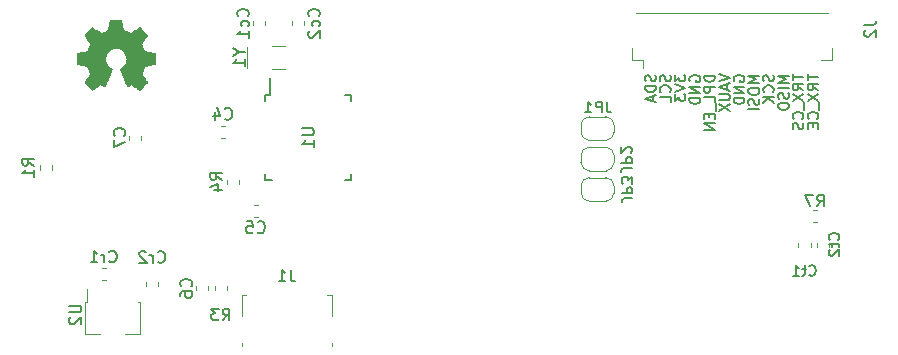
<source format=gbo>
%TF.GenerationSoftware,KiCad,Pcbnew,5.99.0-unknown-57e35c9~88~ubuntu19.10.1*%
%TF.CreationDate,2021-08-07T12:38:00-04:00*%
%TF.ProjectId,FOD,464f442e-6b69-4636-9164-5f7063625858,rev?*%
%TF.SameCoordinates,Original*%
%TF.FileFunction,Legend,Bot*%
%TF.FilePolarity,Positive*%
%FSLAX46Y46*%
G04 Gerber Fmt 4.6, Leading zero omitted, Abs format (unit mm)*
G04 Created by KiCad (PCBNEW 5.99.0-unknown-57e35c9~88~ubuntu19.10.1) date 2021-08-07 12:38:00*
%MOMM*%
%LPD*%
G01*
G04 APERTURE LIST*
%ADD10C,0.200000*%
%ADD11C,0.150000*%
%ADD12C,0.120000*%
%ADD13C,0.010000*%
G04 APERTURE END LIST*
D10*
X170357142Y-54415714D02*
X170357142Y-54930000D01*
X171257142Y-54672857D02*
X170357142Y-54672857D01*
X171257142Y-55744285D02*
X170828571Y-55444285D01*
X171257142Y-55230000D02*
X170357142Y-55230000D01*
X170357142Y-55572857D01*
X170400000Y-55658571D01*
X170442857Y-55701428D01*
X170528571Y-55744285D01*
X170657142Y-55744285D01*
X170742857Y-55701428D01*
X170785714Y-55658571D01*
X170828571Y-55572857D01*
X170828571Y-55230000D01*
X170357142Y-56044285D02*
X171257142Y-56644285D01*
X170357142Y-56644285D02*
X171257142Y-56044285D01*
X171342857Y-56772857D02*
X171342857Y-57458571D01*
X171171428Y-58187142D02*
X171214285Y-58144285D01*
X171257142Y-58015714D01*
X171257142Y-57930000D01*
X171214285Y-57801428D01*
X171128571Y-57715714D01*
X171042857Y-57672857D01*
X170871428Y-57630000D01*
X170742857Y-57630000D01*
X170571428Y-57672857D01*
X170485714Y-57715714D01*
X170400000Y-57801428D01*
X170357142Y-57930000D01*
X170357142Y-58015714D01*
X170400000Y-58144285D01*
X170442857Y-58187142D01*
X170785714Y-58572857D02*
X170785714Y-58872857D01*
X171257142Y-59001428D02*
X171257142Y-58572857D01*
X170357142Y-58572857D01*
X170357142Y-59001428D01*
X169107142Y-54415714D02*
X169107142Y-54930000D01*
X170007142Y-54672857D02*
X169107142Y-54672857D01*
X170007142Y-55744285D02*
X169578571Y-55444285D01*
X170007142Y-55230000D02*
X169107142Y-55230000D01*
X169107142Y-55572857D01*
X169150000Y-55658571D01*
X169192857Y-55701428D01*
X169278571Y-55744285D01*
X169407142Y-55744285D01*
X169492857Y-55701428D01*
X169535714Y-55658571D01*
X169578571Y-55572857D01*
X169578571Y-55230000D01*
X169107142Y-56044285D02*
X170007142Y-56644285D01*
X169107142Y-56644285D02*
X170007142Y-56044285D01*
X170092857Y-56772857D02*
X170092857Y-57458571D01*
X169921428Y-58187142D02*
X169964285Y-58144285D01*
X170007142Y-58015714D01*
X170007142Y-57930000D01*
X169964285Y-57801428D01*
X169878571Y-57715714D01*
X169792857Y-57672857D01*
X169621428Y-57630000D01*
X169492857Y-57630000D01*
X169321428Y-57672857D01*
X169235714Y-57715714D01*
X169150000Y-57801428D01*
X169107142Y-57930000D01*
X169107142Y-58015714D01*
X169150000Y-58144285D01*
X169192857Y-58187142D01*
X169964285Y-58530000D02*
X170007142Y-58658571D01*
X170007142Y-58872857D01*
X169964285Y-58958571D01*
X169921428Y-59001428D01*
X169835714Y-59044285D01*
X169750000Y-59044285D01*
X169664285Y-59001428D01*
X169621428Y-58958571D01*
X169578571Y-58872857D01*
X169535714Y-58701428D01*
X169492857Y-58615714D01*
X169450000Y-58572857D01*
X169364285Y-58530000D01*
X169278571Y-58530000D01*
X169192857Y-58572857D01*
X169150000Y-58615714D01*
X169107142Y-58701428D01*
X169107142Y-58915714D01*
X169150000Y-59044285D01*
X168757142Y-54544285D02*
X167857142Y-54544285D01*
X168500000Y-54844285D01*
X167857142Y-55144285D01*
X168757142Y-55144285D01*
X168757142Y-55572857D02*
X167857142Y-55572857D01*
X168714285Y-55958571D02*
X168757142Y-56087142D01*
X168757142Y-56301428D01*
X168714285Y-56387142D01*
X168671428Y-56430000D01*
X168585714Y-56472857D01*
X168500000Y-56472857D01*
X168414285Y-56430000D01*
X168371428Y-56387142D01*
X168328571Y-56301428D01*
X168285714Y-56130000D01*
X168242857Y-56044285D01*
X168200000Y-56001428D01*
X168114285Y-55958571D01*
X168028571Y-55958571D01*
X167942857Y-56001428D01*
X167900000Y-56044285D01*
X167857142Y-56130000D01*
X167857142Y-56344285D01*
X167900000Y-56472857D01*
X167857142Y-57030000D02*
X167857142Y-57201428D01*
X167900000Y-57287142D01*
X167985714Y-57372857D01*
X168157142Y-57415714D01*
X168457142Y-57415714D01*
X168628571Y-57372857D01*
X168714285Y-57287142D01*
X168757142Y-57201428D01*
X168757142Y-57030000D01*
X168714285Y-56944285D01*
X168628571Y-56858571D01*
X168457142Y-56815714D01*
X168157142Y-56815714D01*
X167985714Y-56858571D01*
X167900000Y-56944285D01*
X167857142Y-57030000D01*
X167464285Y-54501428D02*
X167507142Y-54630000D01*
X167507142Y-54844285D01*
X167464285Y-54930000D01*
X167421428Y-54972857D01*
X167335714Y-55015714D01*
X167250000Y-55015714D01*
X167164285Y-54972857D01*
X167121428Y-54930000D01*
X167078571Y-54844285D01*
X167035714Y-54672857D01*
X166992857Y-54587142D01*
X166950000Y-54544285D01*
X166864285Y-54501428D01*
X166778571Y-54501428D01*
X166692857Y-54544285D01*
X166650000Y-54587142D01*
X166607142Y-54672857D01*
X166607142Y-54887142D01*
X166650000Y-55015714D01*
X167421428Y-55915714D02*
X167464285Y-55872857D01*
X167507142Y-55744285D01*
X167507142Y-55658571D01*
X167464285Y-55530000D01*
X167378571Y-55444285D01*
X167292857Y-55401428D01*
X167121428Y-55358571D01*
X166992857Y-55358571D01*
X166821428Y-55401428D01*
X166735714Y-55444285D01*
X166650000Y-55530000D01*
X166607142Y-55658571D01*
X166607142Y-55744285D01*
X166650000Y-55872857D01*
X166692857Y-55915714D01*
X167507142Y-56301428D02*
X166607142Y-56301428D01*
X167507142Y-56815714D02*
X166992857Y-56430000D01*
X166607142Y-56815714D02*
X167121428Y-56301428D01*
X166257142Y-54544285D02*
X165357142Y-54544285D01*
X166000000Y-54844285D01*
X165357142Y-55144285D01*
X166257142Y-55144285D01*
X165357142Y-55744285D02*
X165357142Y-55915714D01*
X165400000Y-56001428D01*
X165485714Y-56087142D01*
X165657142Y-56130000D01*
X165957142Y-56130000D01*
X166128571Y-56087142D01*
X166214285Y-56001428D01*
X166257142Y-55915714D01*
X166257142Y-55744285D01*
X166214285Y-55658571D01*
X166128571Y-55572857D01*
X165957142Y-55530000D01*
X165657142Y-55530000D01*
X165485714Y-55572857D01*
X165400000Y-55658571D01*
X165357142Y-55744285D01*
X166214285Y-56472857D02*
X166257142Y-56601428D01*
X166257142Y-56815714D01*
X166214285Y-56901428D01*
X166171428Y-56944285D01*
X166085714Y-56987142D01*
X166000000Y-56987142D01*
X165914285Y-56944285D01*
X165871428Y-56901428D01*
X165828571Y-56815714D01*
X165785714Y-56644285D01*
X165742857Y-56558571D01*
X165700000Y-56515714D01*
X165614285Y-56472857D01*
X165528571Y-56472857D01*
X165442857Y-56515714D01*
X165400000Y-56558571D01*
X165357142Y-56644285D01*
X165357142Y-56858571D01*
X165400000Y-56987142D01*
X166257142Y-57372857D02*
X165357142Y-57372857D01*
X164150000Y-55015714D02*
X164107142Y-54930000D01*
X164107142Y-54801428D01*
X164150000Y-54672857D01*
X164235714Y-54587142D01*
X164321428Y-54544285D01*
X164492857Y-54501428D01*
X164621428Y-54501428D01*
X164792857Y-54544285D01*
X164878571Y-54587142D01*
X164964285Y-54672857D01*
X165007142Y-54801428D01*
X165007142Y-54887142D01*
X164964285Y-55015714D01*
X164921428Y-55058571D01*
X164621428Y-55058571D01*
X164621428Y-54887142D01*
X165007142Y-55444285D02*
X164107142Y-55444285D01*
X165007142Y-55958571D01*
X164107142Y-55958571D01*
X165007142Y-56387142D02*
X164107142Y-56387142D01*
X164107142Y-56601428D01*
X164150000Y-56730000D01*
X164235714Y-56815714D01*
X164321428Y-56858571D01*
X164492857Y-56901428D01*
X164621428Y-56901428D01*
X164792857Y-56858571D01*
X164878571Y-56815714D01*
X164964285Y-56730000D01*
X165007142Y-56601428D01*
X165007142Y-56387142D01*
X162857142Y-54415714D02*
X163757142Y-54715714D01*
X162857142Y-55015714D01*
X163500000Y-55272857D02*
X163500000Y-55701428D01*
X163757142Y-55187142D02*
X162857142Y-55487142D01*
X163757142Y-55787142D01*
X162857142Y-56087142D02*
X163585714Y-56087142D01*
X163671428Y-56130000D01*
X163714285Y-56172857D01*
X163757142Y-56258571D01*
X163757142Y-56430000D01*
X163714285Y-56515714D01*
X163671428Y-56558571D01*
X163585714Y-56601428D01*
X162857142Y-56601428D01*
X162857142Y-56944285D02*
X163757142Y-57544285D01*
X162857142Y-57544285D02*
X163757142Y-56944285D01*
X162507142Y-54544285D02*
X161607142Y-54544285D01*
X161607142Y-54758571D01*
X161650000Y-54887142D01*
X161735714Y-54972857D01*
X161821428Y-55015714D01*
X161992857Y-55058571D01*
X162121428Y-55058571D01*
X162292857Y-55015714D01*
X162378571Y-54972857D01*
X162464285Y-54887142D01*
X162507142Y-54758571D01*
X162507142Y-54544285D01*
X162507142Y-55444285D02*
X161607142Y-55444285D01*
X161607142Y-55787142D01*
X161650000Y-55872857D01*
X161692857Y-55915714D01*
X161778571Y-55958571D01*
X161907142Y-55958571D01*
X161992857Y-55915714D01*
X162035714Y-55872857D01*
X162078571Y-55787142D01*
X162078571Y-55444285D01*
X162507142Y-56772857D02*
X162507142Y-56344285D01*
X161607142Y-56344285D01*
X162592857Y-56858571D02*
X162592857Y-57544285D01*
X162035714Y-57758571D02*
X162035714Y-58058571D01*
X162507142Y-58187142D02*
X162507142Y-57758571D01*
X161607142Y-57758571D01*
X161607142Y-58187142D01*
X162507142Y-58572857D02*
X161607142Y-58572857D01*
X162507142Y-59087142D01*
X161607142Y-59087142D01*
X160400000Y-55015714D02*
X160357142Y-54930000D01*
X160357142Y-54801428D01*
X160400000Y-54672857D01*
X160485714Y-54587142D01*
X160571428Y-54544285D01*
X160742857Y-54501428D01*
X160871428Y-54501428D01*
X161042857Y-54544285D01*
X161128571Y-54587142D01*
X161214285Y-54672857D01*
X161257142Y-54801428D01*
X161257142Y-54887142D01*
X161214285Y-55015714D01*
X161171428Y-55058571D01*
X160871428Y-55058571D01*
X160871428Y-54887142D01*
X161257142Y-55444285D02*
X160357142Y-55444285D01*
X161257142Y-55958571D01*
X160357142Y-55958571D01*
X161257142Y-56387142D02*
X160357142Y-56387142D01*
X160357142Y-56601428D01*
X160400000Y-56730000D01*
X160485714Y-56815714D01*
X160571428Y-56858571D01*
X160742857Y-56901428D01*
X160871428Y-56901428D01*
X161042857Y-56858571D01*
X161128571Y-56815714D01*
X161214285Y-56730000D01*
X161257142Y-56601428D01*
X161257142Y-56387142D01*
X159107142Y-54458571D02*
X159107142Y-55015714D01*
X159450000Y-54715714D01*
X159450000Y-54844285D01*
X159492857Y-54930000D01*
X159535714Y-54972857D01*
X159621428Y-55015714D01*
X159835714Y-55015714D01*
X159921428Y-54972857D01*
X159964285Y-54930000D01*
X160007142Y-54844285D01*
X160007142Y-54587142D01*
X159964285Y-54501428D01*
X159921428Y-54458571D01*
X159107142Y-55272857D02*
X160007142Y-55572857D01*
X159107142Y-55872857D01*
X159107142Y-56087142D02*
X159107142Y-56644285D01*
X159450000Y-56344285D01*
X159450000Y-56472857D01*
X159492857Y-56558571D01*
X159535714Y-56601428D01*
X159621428Y-56644285D01*
X159835714Y-56644285D01*
X159921428Y-56601428D01*
X159964285Y-56558571D01*
X160007142Y-56472857D01*
X160007142Y-56215714D01*
X159964285Y-56130000D01*
X159921428Y-56087142D01*
X158714285Y-54501428D02*
X158757142Y-54630000D01*
X158757142Y-54844285D01*
X158714285Y-54930000D01*
X158671428Y-54972857D01*
X158585714Y-55015714D01*
X158500000Y-55015714D01*
X158414285Y-54972857D01*
X158371428Y-54930000D01*
X158328571Y-54844285D01*
X158285714Y-54672857D01*
X158242857Y-54587142D01*
X158200000Y-54544285D01*
X158114285Y-54501428D01*
X158028571Y-54501428D01*
X157942857Y-54544285D01*
X157900000Y-54587142D01*
X157857142Y-54672857D01*
X157857142Y-54887142D01*
X157900000Y-55015714D01*
X158671428Y-55915714D02*
X158714285Y-55872857D01*
X158757142Y-55744285D01*
X158757142Y-55658571D01*
X158714285Y-55530000D01*
X158628571Y-55444285D01*
X158542857Y-55401428D01*
X158371428Y-55358571D01*
X158242857Y-55358571D01*
X158071428Y-55401428D01*
X157985714Y-55444285D01*
X157900000Y-55530000D01*
X157857142Y-55658571D01*
X157857142Y-55744285D01*
X157900000Y-55872857D01*
X157942857Y-55915714D01*
X158757142Y-56730000D02*
X158757142Y-56301428D01*
X157857142Y-56301428D01*
X157464285Y-54501428D02*
X157507142Y-54630000D01*
X157507142Y-54844285D01*
X157464285Y-54930000D01*
X157421428Y-54972857D01*
X157335714Y-55015714D01*
X157250000Y-55015714D01*
X157164285Y-54972857D01*
X157121428Y-54930000D01*
X157078571Y-54844285D01*
X157035714Y-54672857D01*
X156992857Y-54587142D01*
X156950000Y-54544285D01*
X156864285Y-54501428D01*
X156778571Y-54501428D01*
X156692857Y-54544285D01*
X156650000Y-54587142D01*
X156607142Y-54672857D01*
X156607142Y-54887142D01*
X156650000Y-55015714D01*
X157507142Y-55401428D02*
X156607142Y-55401428D01*
X156607142Y-55615714D01*
X156650000Y-55744285D01*
X156735714Y-55830000D01*
X156821428Y-55872857D01*
X156992857Y-55915714D01*
X157121428Y-55915714D01*
X157292857Y-55872857D01*
X157378571Y-55830000D01*
X157464285Y-55744285D01*
X157507142Y-55615714D01*
X157507142Y-55401428D01*
X157250000Y-56258571D02*
X157250000Y-56687142D01*
X157507142Y-56172857D02*
X156607142Y-56472857D01*
X157507142Y-56772857D01*
D11*
%TO.C,JP3*%
X155517857Y-64900000D02*
X154875000Y-64900000D01*
X154746428Y-64942857D01*
X154660714Y-65028571D01*
X154617857Y-65157142D01*
X154617857Y-65242857D01*
X154617857Y-64471428D02*
X155517857Y-64471428D01*
X155517857Y-64128571D01*
X155475000Y-64042857D01*
X155432142Y-64000000D01*
X155346428Y-63957142D01*
X155217857Y-63957142D01*
X155132142Y-64000000D01*
X155089285Y-64042857D01*
X155046428Y-64128571D01*
X155046428Y-64471428D01*
X155517857Y-63657142D02*
X155517857Y-63100000D01*
X155175000Y-63400000D01*
X155175000Y-63271428D01*
X155132142Y-63185714D01*
X155089285Y-63142857D01*
X155003571Y-63100000D01*
X154789285Y-63100000D01*
X154703571Y-63142857D01*
X154660714Y-63185714D01*
X154617857Y-63271428D01*
X154617857Y-63528571D01*
X154660714Y-63614285D01*
X154703571Y-63657142D01*
%TO.C,JP2*%
X155467857Y-62325000D02*
X154825000Y-62325000D01*
X154696428Y-62367857D01*
X154610714Y-62453571D01*
X154567857Y-62582142D01*
X154567857Y-62667857D01*
X154567857Y-61896428D02*
X155467857Y-61896428D01*
X155467857Y-61553571D01*
X155425000Y-61467857D01*
X155382142Y-61425000D01*
X155296428Y-61382142D01*
X155167857Y-61382142D01*
X155082142Y-61425000D01*
X155039285Y-61467857D01*
X154996428Y-61553571D01*
X154996428Y-61896428D01*
X155382142Y-61039285D02*
X155425000Y-60996428D01*
X155467857Y-60910714D01*
X155467857Y-60696428D01*
X155425000Y-60610714D01*
X155382142Y-60567857D01*
X155296428Y-60525000D01*
X155210714Y-60525000D01*
X155082142Y-60567857D01*
X154567857Y-61082142D01*
X154567857Y-60525000D01*
%TO.C,JP1*%
X153350000Y-56732142D02*
X153350000Y-57375000D01*
X153392857Y-57503571D01*
X153478571Y-57589285D01*
X153607142Y-57632142D01*
X153692857Y-57632142D01*
X152921428Y-57632142D02*
X152921428Y-56732142D01*
X152578571Y-56732142D01*
X152492857Y-56775000D01*
X152450000Y-56817857D01*
X152407142Y-56903571D01*
X152407142Y-57032142D01*
X152450000Y-57117857D01*
X152492857Y-57160714D01*
X152578571Y-57203571D01*
X152921428Y-57203571D01*
X151550000Y-57632142D02*
X152064285Y-57632142D01*
X151807142Y-57632142D02*
X151807142Y-56732142D01*
X151892857Y-56860714D01*
X151978571Y-56946428D01*
X152064285Y-56989285D01*
%TO.C,J2*%
X175172381Y-50241666D02*
X175886667Y-50241666D01*
X176029524Y-50194047D01*
X176124762Y-50098809D01*
X176172381Y-49955952D01*
X176172381Y-49860714D01*
X175267620Y-50670238D02*
X175220001Y-50717857D01*
X175172381Y-50813095D01*
X175172381Y-51051190D01*
X175220001Y-51146428D01*
X175267620Y-51194047D01*
X175362858Y-51241666D01*
X175458096Y-51241666D01*
X175600953Y-51194047D01*
X176172381Y-50622619D01*
X176172381Y-51241666D01*
%TO.C,U1*%
X127557380Y-58998095D02*
X128366904Y-58998095D01*
X128462142Y-59045714D01*
X128509761Y-59093333D01*
X128557380Y-59188571D01*
X128557380Y-59379047D01*
X128509761Y-59474285D01*
X128462142Y-59521904D01*
X128366904Y-59569523D01*
X127557380Y-59569523D01*
X128557380Y-60569523D02*
X128557380Y-59998095D01*
X128557380Y-60283809D02*
X127557380Y-60283809D01*
X127700238Y-60188571D01*
X127795476Y-60093333D01*
X127843095Y-59998095D01*
%TO.C,R7*%
X171166666Y-65602380D02*
X171500000Y-65126190D01*
X171738095Y-65602380D02*
X171738095Y-64602380D01*
X171357142Y-64602380D01*
X171261904Y-64650000D01*
X171214285Y-64697619D01*
X171166666Y-64792857D01*
X171166666Y-64935714D01*
X171214285Y-65030952D01*
X171261904Y-65078571D01*
X171357142Y-65126190D01*
X171738095Y-65126190D01*
X170833333Y-64602380D02*
X170166666Y-64602380D01*
X170595238Y-65602380D01*
%TO.C,Y1*%
X122226190Y-52523809D02*
X122702380Y-52523809D01*
X121702380Y-52190476D02*
X122226190Y-52523809D01*
X121702380Y-52857142D01*
X122702380Y-53714285D02*
X122702380Y-53142857D01*
X122702380Y-53428571D02*
X121702380Y-53428571D01*
X121845238Y-53333333D01*
X121940476Y-53238095D01*
X121988095Y-53142857D01*
%TO.C,U2*%
X107852380Y-73988095D02*
X108661904Y-73988095D01*
X108757142Y-74035714D01*
X108804761Y-74083333D01*
X108852380Y-74178571D01*
X108852380Y-74369047D01*
X108804761Y-74464285D01*
X108757142Y-74511904D01*
X108661904Y-74559523D01*
X107852380Y-74559523D01*
X107947619Y-74988095D02*
X107900000Y-75035714D01*
X107852380Y-75130952D01*
X107852380Y-75369047D01*
X107900000Y-75464285D01*
X107947619Y-75511904D01*
X108042857Y-75559523D01*
X108138095Y-75559523D01*
X108280952Y-75511904D01*
X108852380Y-74940476D01*
X108852380Y-75559523D01*
%TO.C,R4*%
X120772380Y-63333333D02*
X120296190Y-63000000D01*
X120772380Y-62761904D02*
X119772380Y-62761904D01*
X119772380Y-63142857D01*
X119820000Y-63238095D01*
X119867619Y-63285714D01*
X119962857Y-63333333D01*
X120105714Y-63333333D01*
X120200952Y-63285714D01*
X120248571Y-63238095D01*
X120296190Y-63142857D01*
X120296190Y-62761904D01*
X120105714Y-64190476D02*
X120772380Y-64190476D01*
X119724761Y-63952380D02*
X120439047Y-63714285D01*
X120439047Y-64333333D01*
%TO.C,R3*%
X120841666Y-75252380D02*
X121175000Y-74776190D01*
X121413095Y-75252380D02*
X121413095Y-74252380D01*
X121032142Y-74252380D01*
X120936904Y-74300000D01*
X120889285Y-74347619D01*
X120841666Y-74442857D01*
X120841666Y-74585714D01*
X120889285Y-74680952D01*
X120936904Y-74728571D01*
X121032142Y-74776190D01*
X121413095Y-74776190D01*
X120508333Y-74252380D02*
X119889285Y-74252380D01*
X120222619Y-74633333D01*
X120079761Y-74633333D01*
X119984523Y-74680952D01*
X119936904Y-74728571D01*
X119889285Y-74823809D01*
X119889285Y-75061904D01*
X119936904Y-75157142D01*
X119984523Y-75204761D01*
X120079761Y-75252380D01*
X120365476Y-75252380D01*
X120460714Y-75204761D01*
X120508333Y-75157142D01*
%TO.C,R1*%
X104872380Y-62133332D02*
X104396190Y-61799999D01*
X104872380Y-61561903D02*
X103872380Y-61561903D01*
X103872380Y-61942856D01*
X103920000Y-62038094D01*
X103967619Y-62085713D01*
X104062857Y-62133332D01*
X104205714Y-62133332D01*
X104300952Y-62085713D01*
X104348571Y-62038094D01*
X104396190Y-61942856D01*
X104396190Y-61561903D01*
X104872380Y-63085713D02*
X104872380Y-62514284D01*
X104872380Y-62799999D02*
X103872380Y-62799999D01*
X104015238Y-62704760D01*
X104110476Y-62609522D01*
X104158095Y-62514284D01*
%TO.C,J1*%
X126583333Y-70952380D02*
X126583333Y-71666666D01*
X126630952Y-71809523D01*
X126726190Y-71904761D01*
X126869047Y-71952380D01*
X126964285Y-71952380D01*
X125583333Y-71952380D02*
X126154761Y-71952380D01*
X125869047Y-71952380D02*
X125869047Y-70952380D01*
X125964285Y-71095238D01*
X126059523Y-71190476D01*
X126154761Y-71238095D01*
%TO.C,Ct2*%
X172946428Y-68417857D02*
X172989285Y-68375000D01*
X173032142Y-68246428D01*
X173032142Y-68160714D01*
X172989285Y-68032142D01*
X172903571Y-67946428D01*
X172817857Y-67903571D01*
X172646428Y-67860714D01*
X172517857Y-67860714D01*
X172346428Y-67903571D01*
X172260714Y-67946428D01*
X172175000Y-68032142D01*
X172132142Y-68160714D01*
X172132142Y-68246428D01*
X172175000Y-68375000D01*
X172217857Y-68417857D01*
X172432142Y-68675000D02*
X172432142Y-69017857D01*
X172132142Y-68803571D02*
X172903571Y-68803571D01*
X172989285Y-68846428D01*
X173032142Y-68932142D01*
X173032142Y-69017857D01*
X172217857Y-69275000D02*
X172175000Y-69317857D01*
X172132142Y-69403571D01*
X172132142Y-69617857D01*
X172175000Y-69703571D01*
X172217857Y-69746428D01*
X172303571Y-69789285D01*
X172389285Y-69789285D01*
X172517857Y-69746428D01*
X173032142Y-69232142D01*
X173032142Y-69789285D01*
%TO.C,Ct1*%
X170507142Y-71371428D02*
X170550000Y-71414285D01*
X170678571Y-71457142D01*
X170764285Y-71457142D01*
X170892857Y-71414285D01*
X170978571Y-71328571D01*
X171021428Y-71242857D01*
X171064285Y-71071428D01*
X171064285Y-70942857D01*
X171021428Y-70771428D01*
X170978571Y-70685714D01*
X170892857Y-70600000D01*
X170764285Y-70557142D01*
X170678571Y-70557142D01*
X170550000Y-70600000D01*
X170507142Y-70642857D01*
X170250000Y-70857142D02*
X169907142Y-70857142D01*
X170121428Y-70557142D02*
X170121428Y-71328571D01*
X170078571Y-71414285D01*
X169992857Y-71457142D01*
X169907142Y-71457142D01*
X169135714Y-71457142D02*
X169650000Y-71457142D01*
X169392857Y-71457142D02*
X169392857Y-70557142D01*
X169478571Y-70685714D01*
X169564285Y-70771428D01*
X169650000Y-70814285D01*
%TO.C,Cr2*%
X115351190Y-70282142D02*
X115398809Y-70329761D01*
X115541666Y-70377380D01*
X115636904Y-70377380D01*
X115779761Y-70329761D01*
X115875000Y-70234523D01*
X115922619Y-70139285D01*
X115970238Y-69948809D01*
X115970238Y-69805952D01*
X115922619Y-69615476D01*
X115875000Y-69520238D01*
X115779761Y-69425000D01*
X115636904Y-69377380D01*
X115541666Y-69377380D01*
X115398809Y-69425000D01*
X115351190Y-69472619D01*
X114922619Y-70377380D02*
X114922619Y-69710714D01*
X114922619Y-69901190D02*
X114875000Y-69805952D01*
X114827380Y-69758333D01*
X114732142Y-69710714D01*
X114636904Y-69710714D01*
X114351190Y-69472619D02*
X114303571Y-69425000D01*
X114208333Y-69377380D01*
X113970238Y-69377380D01*
X113875000Y-69425000D01*
X113827380Y-69472619D01*
X113779761Y-69567857D01*
X113779761Y-69663095D01*
X113827380Y-69805952D01*
X114398809Y-70377380D01*
X113779761Y-70377380D01*
%TO.C,Cr1*%
X111238690Y-70239642D02*
X111286309Y-70287261D01*
X111429166Y-70334880D01*
X111524404Y-70334880D01*
X111667261Y-70287261D01*
X111762500Y-70192023D01*
X111810119Y-70096785D01*
X111857738Y-69906309D01*
X111857738Y-69763452D01*
X111810119Y-69572976D01*
X111762500Y-69477738D01*
X111667261Y-69382500D01*
X111524404Y-69334880D01*
X111429166Y-69334880D01*
X111286309Y-69382500D01*
X111238690Y-69430119D01*
X110810119Y-70334880D02*
X110810119Y-69668214D01*
X110810119Y-69858690D02*
X110762500Y-69763452D01*
X110714880Y-69715833D01*
X110619642Y-69668214D01*
X110524404Y-69668214D01*
X109667261Y-70334880D02*
X110238690Y-70334880D01*
X109952976Y-70334880D02*
X109952976Y-69334880D01*
X110048214Y-69477738D01*
X110143452Y-69572976D01*
X110238690Y-69620595D01*
%TO.C,Cc2*%
X128987142Y-49504761D02*
X129034761Y-49457142D01*
X129082380Y-49314285D01*
X129082380Y-49219047D01*
X129034761Y-49076190D01*
X128939523Y-48980952D01*
X128844285Y-48933333D01*
X128653809Y-48885714D01*
X128510952Y-48885714D01*
X128320476Y-48933333D01*
X128225238Y-48980952D01*
X128130000Y-49076190D01*
X128082380Y-49219047D01*
X128082380Y-49314285D01*
X128130000Y-49457142D01*
X128177619Y-49504761D01*
X129034761Y-50361904D02*
X129082380Y-50266666D01*
X129082380Y-50076190D01*
X129034761Y-49980952D01*
X128987142Y-49933333D01*
X128891904Y-49885714D01*
X128606190Y-49885714D01*
X128510952Y-49933333D01*
X128463333Y-49980952D01*
X128415714Y-50076190D01*
X128415714Y-50266666D01*
X128463333Y-50361904D01*
X128177619Y-50742857D02*
X128130000Y-50790476D01*
X128082380Y-50885714D01*
X128082380Y-51123809D01*
X128130000Y-51219047D01*
X128177619Y-51266666D01*
X128272857Y-51314285D01*
X128368095Y-51314285D01*
X128510952Y-51266666D01*
X129082380Y-50695238D01*
X129082380Y-51314285D01*
%TO.C,Cc1*%
X122957142Y-49504761D02*
X123004761Y-49457142D01*
X123052380Y-49314285D01*
X123052380Y-49219047D01*
X123004761Y-49076190D01*
X122909523Y-48980952D01*
X122814285Y-48933333D01*
X122623809Y-48885714D01*
X122480952Y-48885714D01*
X122290476Y-48933333D01*
X122195238Y-48980952D01*
X122100000Y-49076190D01*
X122052380Y-49219047D01*
X122052380Y-49314285D01*
X122100000Y-49457142D01*
X122147619Y-49504761D01*
X123004761Y-50361904D02*
X123052380Y-50266666D01*
X123052380Y-50076190D01*
X123004761Y-49980952D01*
X122957142Y-49933333D01*
X122861904Y-49885714D01*
X122576190Y-49885714D01*
X122480952Y-49933333D01*
X122433333Y-49980952D01*
X122385714Y-50076190D01*
X122385714Y-50266666D01*
X122433333Y-50361904D01*
X123052380Y-51314285D02*
X123052380Y-50742857D01*
X123052380Y-51028571D02*
X122052380Y-51028571D01*
X122195238Y-50933333D01*
X122290476Y-50838095D01*
X122338095Y-50742857D01*
%TO.C,C7*%
X112507142Y-59608333D02*
X112554761Y-59560714D01*
X112602380Y-59417857D01*
X112602380Y-59322619D01*
X112554761Y-59179761D01*
X112459523Y-59084523D01*
X112364285Y-59036904D01*
X112173809Y-58989285D01*
X112030952Y-58989285D01*
X111840476Y-59036904D01*
X111745238Y-59084523D01*
X111650000Y-59179761D01*
X111602380Y-59322619D01*
X111602380Y-59417857D01*
X111650000Y-59560714D01*
X111697619Y-59608333D01*
X111602380Y-59941666D02*
X111602380Y-60608333D01*
X112602380Y-60179761D01*
%TO.C,C6*%
X118157142Y-72358333D02*
X118204761Y-72310714D01*
X118252380Y-72167857D01*
X118252380Y-72072619D01*
X118204761Y-71929761D01*
X118109523Y-71834523D01*
X118014285Y-71786904D01*
X117823809Y-71739285D01*
X117680952Y-71739285D01*
X117490476Y-71786904D01*
X117395238Y-71834523D01*
X117300000Y-71929761D01*
X117252380Y-72072619D01*
X117252380Y-72167857D01*
X117300000Y-72310714D01*
X117347619Y-72358333D01*
X117252380Y-73215476D02*
X117252380Y-73025000D01*
X117300000Y-72929761D01*
X117347619Y-72882142D01*
X117490476Y-72786904D01*
X117680952Y-72739285D01*
X118061904Y-72739285D01*
X118157142Y-72786904D01*
X118204761Y-72834523D01*
X118252380Y-72929761D01*
X118252380Y-73120238D01*
X118204761Y-73215476D01*
X118157142Y-73263095D01*
X118061904Y-73310714D01*
X117823809Y-73310714D01*
X117728571Y-73263095D01*
X117680952Y-73215476D01*
X117633333Y-73120238D01*
X117633333Y-72929761D01*
X117680952Y-72834523D01*
X117728571Y-72786904D01*
X117823809Y-72739285D01*
%TO.C,C5*%
X123791666Y-67762142D02*
X123839285Y-67809761D01*
X123982142Y-67857380D01*
X124077380Y-67857380D01*
X124220238Y-67809761D01*
X124315476Y-67714523D01*
X124363095Y-67619285D01*
X124410714Y-67428809D01*
X124410714Y-67285952D01*
X124363095Y-67095476D01*
X124315476Y-67000238D01*
X124220238Y-66905000D01*
X124077380Y-66857380D01*
X123982142Y-66857380D01*
X123839285Y-66905000D01*
X123791666Y-66952619D01*
X122886904Y-66857380D02*
X123363095Y-66857380D01*
X123410714Y-67333571D01*
X123363095Y-67285952D01*
X123267857Y-67238333D01*
X123029761Y-67238333D01*
X122934523Y-67285952D01*
X122886904Y-67333571D01*
X122839285Y-67428809D01*
X122839285Y-67666904D01*
X122886904Y-67762142D01*
X122934523Y-67809761D01*
X123029761Y-67857380D01*
X123267857Y-67857380D01*
X123363095Y-67809761D01*
X123410714Y-67762142D01*
%TO.C,C4*%
X121016666Y-58157142D02*
X121064285Y-58204761D01*
X121207142Y-58252380D01*
X121302380Y-58252380D01*
X121445238Y-58204761D01*
X121540476Y-58109523D01*
X121588095Y-58014285D01*
X121635714Y-57823809D01*
X121635714Y-57680952D01*
X121588095Y-57490476D01*
X121540476Y-57395238D01*
X121445238Y-57300000D01*
X121302380Y-57252380D01*
X121207142Y-57252380D01*
X121064285Y-57300000D01*
X121016666Y-57347619D01*
X120159523Y-57585714D02*
X120159523Y-58252380D01*
X120397619Y-57204761D02*
X120635714Y-57919047D01*
X120016666Y-57919047D01*
D12*
%TO.C,JP3*%
X153275000Y-63150000D02*
X151875000Y-63150000D01*
X151175000Y-63850000D02*
X151175000Y-64450000D01*
X151875000Y-65150000D02*
X153275000Y-65150000D01*
X153975000Y-64450000D02*
X153975000Y-63850000D01*
X153975000Y-63850000D02*
G75*
G03*
X153275000Y-63150000I-700000J0D01*
G01*
X153275000Y-65150000D02*
G75*
G03*
X153975000Y-64450000I0J700000D01*
G01*
X151175000Y-64450000D02*
G75*
G03*
X151875000Y-65150000I700000J0D01*
G01*
X151875000Y-63150000D02*
G75*
G03*
X151175000Y-63850000I0J-700000D01*
G01*
%TO.C,JP2*%
X153275000Y-60575000D02*
X151875000Y-60575000D01*
X151175000Y-61275000D02*
X151175000Y-61875000D01*
X151875000Y-62575000D02*
X153275000Y-62575000D01*
X153975000Y-61875000D02*
X153975000Y-61275000D01*
X153975000Y-61275000D02*
G75*
G03*
X153275000Y-60575000I-700000J0D01*
G01*
X153275000Y-62575000D02*
G75*
G03*
X153975000Y-61875000I0J700000D01*
G01*
X151175000Y-61875000D02*
G75*
G03*
X151875000Y-62575000I700000J0D01*
G01*
X151875000Y-60575000D02*
G75*
G03*
X151175000Y-61275000I0J-700000D01*
G01*
%TO.C,JP1*%
X153275000Y-58000000D02*
X151875000Y-58000000D01*
X151175000Y-58700000D02*
X151175000Y-59300000D01*
X151875000Y-60000000D02*
X153275000Y-60000000D01*
X153975000Y-59300000D02*
X153975000Y-58700000D01*
X153975000Y-58700000D02*
G75*
G03*
X153275000Y-58000000I-700000J0D01*
G01*
X153275000Y-60000000D02*
G75*
G03*
X153975000Y-59300000I0J700000D01*
G01*
X151175000Y-59300000D02*
G75*
G03*
X151875000Y-60000000I700000J0D01*
G01*
X151875000Y-58000000D02*
G75*
G03*
X151175000Y-58700000I0J-700000D01*
G01*
%TO.C,REF\u002A\u002A*%
G36*
X112337275Y-50243931D02*
G01*
X112421095Y-50688555D01*
X113039667Y-50943551D01*
X113410707Y-50691246D01*
X113484144Y-50641506D01*
X113581499Y-50576218D01*
X113665787Y-50520454D01*
X113732631Y-50477078D01*
X113777654Y-50448953D01*
X113796478Y-50438942D01*
X113808039Y-50446061D01*
X113842596Y-50475894D01*
X113894894Y-50524852D01*
X113960500Y-50588440D01*
X114034983Y-50662163D01*
X114113913Y-50741525D01*
X114192856Y-50822031D01*
X114267384Y-50899185D01*
X114333063Y-50968493D01*
X114385463Y-51025457D01*
X114420153Y-51065584D01*
X114432701Y-51084377D01*
X114429782Y-51092451D01*
X114409571Y-51128469D01*
X114372663Y-51187744D01*
X114322050Y-51265630D01*
X114260725Y-51357481D01*
X114191679Y-51458650D01*
X114153787Y-51513826D01*
X114088606Y-51609884D01*
X114032723Y-51693717D01*
X113989117Y-51760777D01*
X113960769Y-51806519D01*
X113950657Y-51826396D01*
X113950823Y-51827497D01*
X113959743Y-51852694D01*
X113980206Y-51904147D01*
X114009360Y-51975135D01*
X114044353Y-52058935D01*
X114082332Y-52148828D01*
X114120445Y-52238091D01*
X114155839Y-52320003D01*
X114185662Y-52387843D01*
X114207061Y-52434890D01*
X114217184Y-52454422D01*
X114223174Y-52456155D01*
X114259566Y-52463969D01*
X114324427Y-52476915D01*
X114412565Y-52493979D01*
X114518787Y-52514151D01*
X114637902Y-52536418D01*
X114700683Y-52548223D01*
X114815912Y-52570748D01*
X114916662Y-52591550D01*
X114997426Y-52609435D01*
X115052698Y-52623208D01*
X115076971Y-52631674D01*
X115081331Y-52640066D01*
X115088563Y-52681072D01*
X115094246Y-52749368D01*
X115098382Y-52838529D01*
X115100977Y-52942128D01*
X115102036Y-53053740D01*
X115101561Y-53166938D01*
X115099559Y-53275296D01*
X115096033Y-53372389D01*
X115090987Y-53451790D01*
X115084427Y-53507072D01*
X115076356Y-53531810D01*
X115071458Y-53534600D01*
X115034930Y-53546569D01*
X114971565Y-53562405D01*
X114888686Y-53580374D01*
X114793618Y-53598741D01*
X114761542Y-53604591D01*
X114613393Y-53631798D01*
X114496961Y-53653663D01*
X114408209Y-53671093D01*
X114343103Y-53684996D01*
X114297606Y-53696277D01*
X114267682Y-53705843D01*
X114249294Y-53714601D01*
X114238407Y-53723457D01*
X114237142Y-53724943D01*
X114219338Y-53755931D01*
X114192994Y-53812634D01*
X114160661Y-53888399D01*
X114124893Y-53976574D01*
X114088244Y-54070507D01*
X114053266Y-54163547D01*
X114022513Y-54249041D01*
X113998538Y-54320336D01*
X113983895Y-54370782D01*
X113981136Y-54393726D01*
X113982981Y-54396703D01*
X114002075Y-54425493D01*
X114037984Y-54478595D01*
X114087378Y-54551117D01*
X114146927Y-54638167D01*
X114213303Y-54734854D01*
X114231520Y-54761456D01*
X114295577Y-54856875D01*
X114350937Y-54942212D01*
X114394439Y-55012405D01*
X114422924Y-55062394D01*
X114433232Y-55087116D01*
X114431011Y-55093616D01*
X114407858Y-55125644D01*
X114362177Y-55177945D01*
X114297241Y-55246999D01*
X114216319Y-55329286D01*
X114122685Y-55421286D01*
X114069165Y-55472781D01*
X113984542Y-55552983D01*
X113910475Y-55621678D01*
X113850941Y-55675252D01*
X113809917Y-55710085D01*
X113791381Y-55722563D01*
X113778646Y-55717938D01*
X113739436Y-55696057D01*
X113682495Y-55660273D01*
X113615250Y-55615117D01*
X113567438Y-55582165D01*
X113471985Y-55516727D01*
X113370125Y-55447228D01*
X113277088Y-55384075D01*
X113094832Y-55260800D01*
X112941841Y-55343520D01*
X112905817Y-55362613D01*
X112840303Y-55395272D01*
X112789640Y-55417819D01*
X112762564Y-55426226D01*
X112753703Y-55415430D01*
X112731699Y-55374323D01*
X112699199Y-55306549D01*
X112658010Y-55216409D01*
X112609942Y-55108205D01*
X112556802Y-54986237D01*
X112500399Y-54854808D01*
X112442542Y-54718218D01*
X112385038Y-54580767D01*
X112329697Y-54446758D01*
X112278326Y-54320491D01*
X112232735Y-54206268D01*
X112194732Y-54108390D01*
X112166124Y-54031157D01*
X112148721Y-53978871D01*
X112144331Y-53955833D01*
X112144628Y-53955160D01*
X112165077Y-53933863D01*
X112207850Y-53900508D01*
X112264117Y-53862011D01*
X112281877Y-53850256D01*
X112417014Y-53738735D01*
X112528856Y-53605906D01*
X112614755Y-53457298D01*
X112672062Y-53298440D01*
X112698131Y-53134860D01*
X112690313Y-52972088D01*
X112658644Y-52827315D01*
X112601782Y-52681124D01*
X112518888Y-52550703D01*
X112405131Y-52426813D01*
X112360433Y-52387235D01*
X112215935Y-52289723D01*
X112059838Y-52224050D01*
X111896667Y-52189630D01*
X111730943Y-52185874D01*
X111567192Y-52212194D01*
X111409936Y-52268003D01*
X111263698Y-52352714D01*
X111133004Y-52465737D01*
X111022374Y-52606487D01*
X111001105Y-52641342D01*
X110928810Y-52800655D01*
X110890415Y-52966552D01*
X110884914Y-53134737D01*
X110911301Y-53300913D01*
X110968570Y-53460784D01*
X111055717Y-53610053D01*
X111171736Y-53744423D01*
X111315622Y-53859599D01*
X111320294Y-53862702D01*
X111375964Y-53901933D01*
X111417689Y-53935286D01*
X111436746Y-53955833D01*
X111434342Y-53971941D01*
X111419391Y-54018844D01*
X111392881Y-54091539D01*
X111356620Y-54185725D01*
X111312416Y-54297098D01*
X111262076Y-54421358D01*
X111207407Y-54554202D01*
X111150218Y-54691327D01*
X111092316Y-54828432D01*
X111035510Y-54961215D01*
X110981606Y-55085374D01*
X110932412Y-55196606D01*
X110889737Y-55290609D01*
X110855387Y-55363082D01*
X110831171Y-55409722D01*
X110818897Y-55426226D01*
X110808689Y-55423991D01*
X110768586Y-55407926D01*
X110709318Y-55379759D01*
X110639619Y-55343520D01*
X110486629Y-55260800D01*
X110304373Y-55384075D01*
X110250527Y-55420579D01*
X110150374Y-55488784D01*
X110050525Y-55557098D01*
X109966211Y-55615117D01*
X109919679Y-55646736D01*
X109859200Y-55686020D01*
X109814357Y-55712912D01*
X109792455Y-55722883D01*
X109783045Y-55718650D01*
X109749031Y-55692721D01*
X109696595Y-55647070D01*
X109630301Y-55586186D01*
X109554713Y-55514561D01*
X109474396Y-55436683D01*
X109393913Y-55357045D01*
X109317829Y-55280135D01*
X109250707Y-55210445D01*
X109197112Y-55152464D01*
X109161608Y-55110684D01*
X109148759Y-55089593D01*
X109149500Y-55085581D01*
X109164793Y-55052920D01*
X109197462Y-54996412D01*
X109244350Y-54921163D01*
X109302301Y-54832275D01*
X109368157Y-54734854D01*
X109386627Y-54707982D01*
X109451482Y-54613423D01*
X109508609Y-54529827D01*
X109554678Y-54462084D01*
X109586359Y-54415086D01*
X109600324Y-54393726D01*
X109600668Y-54392811D01*
X109596546Y-54366678D01*
X109580807Y-54313740D01*
X109556004Y-54240647D01*
X109524689Y-54154052D01*
X109489417Y-54060608D01*
X109452740Y-53966965D01*
X109417212Y-53879777D01*
X109385386Y-53805695D01*
X109359816Y-53751371D01*
X109343053Y-53723457D01*
X109341374Y-53721724D01*
X109329372Y-53712956D01*
X109309103Y-53704115D01*
X109276529Y-53694292D01*
X109227616Y-53682583D01*
X109158327Y-53668080D01*
X109064625Y-53649876D01*
X108942476Y-53627066D01*
X108787842Y-53598741D01*
X108755770Y-53592780D01*
X108663893Y-53574352D01*
X108586607Y-53556892D01*
X108531236Y-53542133D01*
X108505105Y-53531810D01*
X108500733Y-53523197D01*
X108493445Y-53481826D01*
X108487669Y-53413241D01*
X108483410Y-53323868D01*
X108480673Y-53220135D01*
X108479462Y-53108465D01*
X108479782Y-52995287D01*
X108481636Y-52887026D01*
X108485030Y-52790108D01*
X108489967Y-52710959D01*
X108496452Y-52656006D01*
X108504489Y-52631674D01*
X108512696Y-52628079D01*
X108553519Y-52616748D01*
X108622524Y-52600722D01*
X108714203Y-52581195D01*
X108823050Y-52559362D01*
X108943558Y-52536418D01*
X109009357Y-52524159D01*
X109122135Y-52502901D01*
X109219207Y-52484287D01*
X109295382Y-52469328D01*
X109345469Y-52459036D01*
X109364276Y-52454422D01*
X109364983Y-52453471D01*
X109376961Y-52429310D01*
X109399794Y-52378694D01*
X109430630Y-52308338D01*
X109466613Y-52224958D01*
X109504891Y-52135270D01*
X109542609Y-52045989D01*
X109576913Y-51963832D01*
X109604949Y-51895513D01*
X109623864Y-51847748D01*
X109630803Y-51827254D01*
X109627742Y-51820043D01*
X109607372Y-51785728D01*
X109570422Y-51727970D01*
X109519860Y-51651299D01*
X109458657Y-51560248D01*
X109389781Y-51459350D01*
X109351994Y-51404093D01*
X109286782Y-51307215D01*
X109230871Y-51222193D01*
X109187241Y-51153662D01*
X109158877Y-51106260D01*
X109148759Y-51084623D01*
X109155790Y-51072887D01*
X109185197Y-51037818D01*
X109233441Y-50984745D01*
X109296093Y-50918164D01*
X109368725Y-50842574D01*
X109446908Y-50762472D01*
X109526214Y-50682354D01*
X109602213Y-50606718D01*
X109670478Y-50540062D01*
X109726580Y-50486882D01*
X109766090Y-50451676D01*
X109784579Y-50438942D01*
X109794843Y-50443893D01*
X109832530Y-50466857D01*
X109893348Y-50505938D01*
X109972913Y-50558272D01*
X110066843Y-50620996D01*
X110170754Y-50691246D01*
X110541794Y-50943551D01*
X110851080Y-50816053D01*
X111160365Y-50688555D01*
X111244186Y-50243931D01*
X111328006Y-49799307D01*
X112253454Y-49799307D01*
X112337275Y-50243931D01*
G37*
D13*
X112337275Y-50243931D02*
X112421095Y-50688555D01*
X113039667Y-50943551D01*
X113410707Y-50691246D01*
X113484144Y-50641506D01*
X113581499Y-50576218D01*
X113665787Y-50520454D01*
X113732631Y-50477078D01*
X113777654Y-50448953D01*
X113796478Y-50438942D01*
X113808039Y-50446061D01*
X113842596Y-50475894D01*
X113894894Y-50524852D01*
X113960500Y-50588440D01*
X114034983Y-50662163D01*
X114113913Y-50741525D01*
X114192856Y-50822031D01*
X114267384Y-50899185D01*
X114333063Y-50968493D01*
X114385463Y-51025457D01*
X114420153Y-51065584D01*
X114432701Y-51084377D01*
X114429782Y-51092451D01*
X114409571Y-51128469D01*
X114372663Y-51187744D01*
X114322050Y-51265630D01*
X114260725Y-51357481D01*
X114191679Y-51458650D01*
X114153787Y-51513826D01*
X114088606Y-51609884D01*
X114032723Y-51693717D01*
X113989117Y-51760777D01*
X113960769Y-51806519D01*
X113950657Y-51826396D01*
X113950823Y-51827497D01*
X113959743Y-51852694D01*
X113980206Y-51904147D01*
X114009360Y-51975135D01*
X114044353Y-52058935D01*
X114082332Y-52148828D01*
X114120445Y-52238091D01*
X114155839Y-52320003D01*
X114185662Y-52387843D01*
X114207061Y-52434890D01*
X114217184Y-52454422D01*
X114223174Y-52456155D01*
X114259566Y-52463969D01*
X114324427Y-52476915D01*
X114412565Y-52493979D01*
X114518787Y-52514151D01*
X114637902Y-52536418D01*
X114700683Y-52548223D01*
X114815912Y-52570748D01*
X114916662Y-52591550D01*
X114997426Y-52609435D01*
X115052698Y-52623208D01*
X115076971Y-52631674D01*
X115081331Y-52640066D01*
X115088563Y-52681072D01*
X115094246Y-52749368D01*
X115098382Y-52838529D01*
X115100977Y-52942128D01*
X115102036Y-53053740D01*
X115101561Y-53166938D01*
X115099559Y-53275296D01*
X115096033Y-53372389D01*
X115090987Y-53451790D01*
X115084427Y-53507072D01*
X115076356Y-53531810D01*
X115071458Y-53534600D01*
X115034930Y-53546569D01*
X114971565Y-53562405D01*
X114888686Y-53580374D01*
X114793618Y-53598741D01*
X114761542Y-53604591D01*
X114613393Y-53631798D01*
X114496961Y-53653663D01*
X114408209Y-53671093D01*
X114343103Y-53684996D01*
X114297606Y-53696277D01*
X114267682Y-53705843D01*
X114249294Y-53714601D01*
X114238407Y-53723457D01*
X114237142Y-53724943D01*
X114219338Y-53755931D01*
X114192994Y-53812634D01*
X114160661Y-53888399D01*
X114124893Y-53976574D01*
X114088244Y-54070507D01*
X114053266Y-54163547D01*
X114022513Y-54249041D01*
X113998538Y-54320336D01*
X113983895Y-54370782D01*
X113981136Y-54393726D01*
X113982981Y-54396703D01*
X114002075Y-54425493D01*
X114037984Y-54478595D01*
X114087378Y-54551117D01*
X114146927Y-54638167D01*
X114213303Y-54734854D01*
X114231520Y-54761456D01*
X114295577Y-54856875D01*
X114350937Y-54942212D01*
X114394439Y-55012405D01*
X114422924Y-55062394D01*
X114433232Y-55087116D01*
X114431011Y-55093616D01*
X114407858Y-55125644D01*
X114362177Y-55177945D01*
X114297241Y-55246999D01*
X114216319Y-55329286D01*
X114122685Y-55421286D01*
X114069165Y-55472781D01*
X113984542Y-55552983D01*
X113910475Y-55621678D01*
X113850941Y-55675252D01*
X113809917Y-55710085D01*
X113791381Y-55722563D01*
X113778646Y-55717938D01*
X113739436Y-55696057D01*
X113682495Y-55660273D01*
X113615250Y-55615117D01*
X113567438Y-55582165D01*
X113471985Y-55516727D01*
X113370125Y-55447228D01*
X113277088Y-55384075D01*
X113094832Y-55260800D01*
X112941841Y-55343520D01*
X112905817Y-55362613D01*
X112840303Y-55395272D01*
X112789640Y-55417819D01*
X112762564Y-55426226D01*
X112753703Y-55415430D01*
X112731699Y-55374323D01*
X112699199Y-55306549D01*
X112658010Y-55216409D01*
X112609942Y-55108205D01*
X112556802Y-54986237D01*
X112500399Y-54854808D01*
X112442542Y-54718218D01*
X112385038Y-54580767D01*
X112329697Y-54446758D01*
X112278326Y-54320491D01*
X112232735Y-54206268D01*
X112194732Y-54108390D01*
X112166124Y-54031157D01*
X112148721Y-53978871D01*
X112144331Y-53955833D01*
X112144628Y-53955160D01*
X112165077Y-53933863D01*
X112207850Y-53900508D01*
X112264117Y-53862011D01*
X112281877Y-53850256D01*
X112417014Y-53738735D01*
X112528856Y-53605906D01*
X112614755Y-53457298D01*
X112672062Y-53298440D01*
X112698131Y-53134860D01*
X112690313Y-52972088D01*
X112658644Y-52827315D01*
X112601782Y-52681124D01*
X112518888Y-52550703D01*
X112405131Y-52426813D01*
X112360433Y-52387235D01*
X112215935Y-52289723D01*
X112059838Y-52224050D01*
X111896667Y-52189630D01*
X111730943Y-52185874D01*
X111567192Y-52212194D01*
X111409936Y-52268003D01*
X111263698Y-52352714D01*
X111133004Y-52465737D01*
X111022374Y-52606487D01*
X111001105Y-52641342D01*
X110928810Y-52800655D01*
X110890415Y-52966552D01*
X110884914Y-53134737D01*
X110911301Y-53300913D01*
X110968570Y-53460784D01*
X111055717Y-53610053D01*
X111171736Y-53744423D01*
X111315622Y-53859599D01*
X111320294Y-53862702D01*
X111375964Y-53901933D01*
X111417689Y-53935286D01*
X111436746Y-53955833D01*
X111434342Y-53971941D01*
X111419391Y-54018844D01*
X111392881Y-54091539D01*
X111356620Y-54185725D01*
X111312416Y-54297098D01*
X111262076Y-54421358D01*
X111207407Y-54554202D01*
X111150218Y-54691327D01*
X111092316Y-54828432D01*
X111035510Y-54961215D01*
X110981606Y-55085374D01*
X110932412Y-55196606D01*
X110889737Y-55290609D01*
X110855387Y-55363082D01*
X110831171Y-55409722D01*
X110818897Y-55426226D01*
X110808689Y-55423991D01*
X110768586Y-55407926D01*
X110709318Y-55379759D01*
X110639619Y-55343520D01*
X110486629Y-55260800D01*
X110304373Y-55384075D01*
X110250527Y-55420579D01*
X110150374Y-55488784D01*
X110050525Y-55557098D01*
X109966211Y-55615117D01*
X109919679Y-55646736D01*
X109859200Y-55686020D01*
X109814357Y-55712912D01*
X109792455Y-55722883D01*
X109783045Y-55718650D01*
X109749031Y-55692721D01*
X109696595Y-55647070D01*
X109630301Y-55586186D01*
X109554713Y-55514561D01*
X109474396Y-55436683D01*
X109393913Y-55357045D01*
X109317829Y-55280135D01*
X109250707Y-55210445D01*
X109197112Y-55152464D01*
X109161608Y-55110684D01*
X109148759Y-55089593D01*
X109149500Y-55085581D01*
X109164793Y-55052920D01*
X109197462Y-54996412D01*
X109244350Y-54921163D01*
X109302301Y-54832275D01*
X109368157Y-54734854D01*
X109386627Y-54707982D01*
X109451482Y-54613423D01*
X109508609Y-54529827D01*
X109554678Y-54462084D01*
X109586359Y-54415086D01*
X109600324Y-54393726D01*
X109600668Y-54392811D01*
X109596546Y-54366678D01*
X109580807Y-54313740D01*
X109556004Y-54240647D01*
X109524689Y-54154052D01*
X109489417Y-54060608D01*
X109452740Y-53966965D01*
X109417212Y-53879777D01*
X109385386Y-53805695D01*
X109359816Y-53751371D01*
X109343053Y-53723457D01*
X109341374Y-53721724D01*
X109329372Y-53712956D01*
X109309103Y-53704115D01*
X109276529Y-53694292D01*
X109227616Y-53682583D01*
X109158327Y-53668080D01*
X109064625Y-53649876D01*
X108942476Y-53627066D01*
X108787842Y-53598741D01*
X108755770Y-53592780D01*
X108663893Y-53574352D01*
X108586607Y-53556892D01*
X108531236Y-53542133D01*
X108505105Y-53531810D01*
X108500733Y-53523197D01*
X108493445Y-53481826D01*
X108487669Y-53413241D01*
X108483410Y-53323868D01*
X108480673Y-53220135D01*
X108479462Y-53108465D01*
X108479782Y-52995287D01*
X108481636Y-52887026D01*
X108485030Y-52790108D01*
X108489967Y-52710959D01*
X108496452Y-52656006D01*
X108504489Y-52631674D01*
X108512696Y-52628079D01*
X108553519Y-52616748D01*
X108622524Y-52600722D01*
X108714203Y-52581195D01*
X108823050Y-52559362D01*
X108943558Y-52536418D01*
X109009357Y-52524159D01*
X109122135Y-52502901D01*
X109219207Y-52484287D01*
X109295382Y-52469328D01*
X109345469Y-52459036D01*
X109364276Y-52454422D01*
X109364983Y-52453471D01*
X109376961Y-52429310D01*
X109399794Y-52378694D01*
X109430630Y-52308338D01*
X109466613Y-52224958D01*
X109504891Y-52135270D01*
X109542609Y-52045989D01*
X109576913Y-51963832D01*
X109604949Y-51895513D01*
X109623864Y-51847748D01*
X109630803Y-51827254D01*
X109627742Y-51820043D01*
X109607372Y-51785728D01*
X109570422Y-51727970D01*
X109519860Y-51651299D01*
X109458657Y-51560248D01*
X109389781Y-51459350D01*
X109351994Y-51404093D01*
X109286782Y-51307215D01*
X109230871Y-51222193D01*
X109187241Y-51153662D01*
X109158877Y-51106260D01*
X109148759Y-51084623D01*
X109155790Y-51072887D01*
X109185197Y-51037818D01*
X109233441Y-50984745D01*
X109296093Y-50918164D01*
X109368725Y-50842574D01*
X109446908Y-50762472D01*
X109526214Y-50682354D01*
X109602213Y-50606718D01*
X109670478Y-50540062D01*
X109726580Y-50486882D01*
X109766090Y-50451676D01*
X109784579Y-50438942D01*
X109794843Y-50443893D01*
X109832530Y-50466857D01*
X109893348Y-50505938D01*
X109972913Y-50558272D01*
X110066843Y-50620996D01*
X110170754Y-50691246D01*
X110541794Y-50943551D01*
X110851080Y-50816053D01*
X111160365Y-50688555D01*
X111244186Y-50243931D01*
X111328006Y-49799307D01*
X112253454Y-49799307D01*
X112337275Y-50243931D01*
D12*
%TO.C,J2*%
X155860000Y-49240000D02*
X172090000Y-49240000D01*
X172460000Y-53160000D02*
X171510000Y-53160000D01*
X172460000Y-52210000D02*
X172460000Y-53160000D01*
X156440000Y-53160000D02*
X156440000Y-53850000D01*
X155490000Y-53160000D02*
X156440000Y-53160000D01*
X155490000Y-52210000D02*
X155490000Y-53160000D01*
D11*
%TO.C,U1*%
X124875000Y-56125000D02*
X124875000Y-54750000D01*
X124450000Y-63375000D02*
X124450000Y-62850000D01*
X131700000Y-63375000D02*
X131700000Y-62850000D01*
X131700000Y-56125000D02*
X131700000Y-56650000D01*
X124450000Y-56125000D02*
X124450000Y-56650000D01*
X131700000Y-56125000D02*
X131175000Y-56125000D01*
X131700000Y-63375000D02*
X131175000Y-63375000D01*
X124450000Y-63375000D02*
X124975000Y-63375000D01*
X124450000Y-56125000D02*
X124875000Y-56125000D01*
D12*
%TO.C,R7*%
X170828733Y-65865000D02*
X171171267Y-65865000D01*
X170828733Y-66885000D02*
X171171267Y-66885000D01*
%TO.C,Y1*%
X122875000Y-53900000D02*
X122875000Y-52100000D01*
X125025000Y-52050000D02*
X126125000Y-52050000D01*
X125025000Y-53950000D02*
X126125000Y-53950000D01*
%TO.C,U2*%
X113872500Y-73702500D02*
X113642500Y-73702500D01*
X109152500Y-73702500D02*
X109382500Y-73702500D01*
X109152500Y-73702500D02*
X109152500Y-76422500D01*
X109152500Y-76422500D02*
X110462500Y-76422500D01*
X109382500Y-72562500D02*
X109382500Y-73702500D01*
X113872500Y-76422500D02*
X113872500Y-73702500D01*
X112562500Y-76422500D02*
X113872500Y-76422500D01*
%TO.C,R4*%
X122260000Y-63328733D02*
X122260000Y-63671267D01*
X121240000Y-63328733D02*
X121240000Y-63671267D01*
%TO.C,R3*%
X120165000Y-72696267D02*
X120165000Y-72353733D01*
X121185000Y-72696267D02*
X121185000Y-72353733D01*
%TO.C,R1*%
X106360000Y-62128732D02*
X106360000Y-62471266D01*
X105340000Y-62128732D02*
X105340000Y-62471266D01*
%TO.C,J1*%
X130060000Y-77400000D02*
X130060000Y-77140000D01*
X130060000Y-74860000D02*
X130060000Y-73090000D01*
X130060000Y-73090000D02*
X129680000Y-73090000D01*
X122440000Y-73090000D02*
X122440000Y-74860000D01*
X122440000Y-77140000D02*
X122440000Y-77400000D01*
X122440000Y-73090000D02*
X122820000Y-73090000D01*
%TO.C,Ct2*%
X171140000Y-68996267D02*
X171140000Y-68653733D01*
X172160000Y-68996267D02*
X172160000Y-68653733D01*
%TO.C,Ct1*%
X169590000Y-68996267D02*
X169590000Y-68653733D01*
X170610000Y-68996267D02*
X170610000Y-68653733D01*
%TO.C,Cr2*%
X114352500Y-72333767D02*
X114352500Y-71991233D01*
X115372500Y-72333767D02*
X115372500Y-71991233D01*
%TO.C,Cr1*%
X110933767Y-71822500D02*
X110591233Y-71822500D01*
X110933767Y-70802500D02*
X110591233Y-70802500D01*
%TO.C,Cc2*%
X126690000Y-50271267D02*
X126690000Y-49928733D01*
X127710000Y-50271267D02*
X127710000Y-49928733D01*
%TO.C,Cc1*%
X123440000Y-50271267D02*
X123440000Y-49928733D01*
X124460000Y-50271267D02*
X124460000Y-49928733D01*
%TO.C,C7*%
X113960000Y-59603733D02*
X113960000Y-59946267D01*
X112940000Y-59603733D02*
X112940000Y-59946267D01*
%TO.C,C6*%
X118565000Y-72696267D02*
X118565000Y-72353733D01*
X119585000Y-72696267D02*
X119585000Y-72353733D01*
%TO.C,C5*%
X123453733Y-65465000D02*
X123796267Y-65465000D01*
X123453733Y-66485000D02*
X123796267Y-66485000D01*
%TO.C,C4*%
X121021267Y-59810000D02*
X120678733Y-59810000D01*
X121021267Y-58790000D02*
X120678733Y-58790000D01*
%TD*%
M02*

</source>
